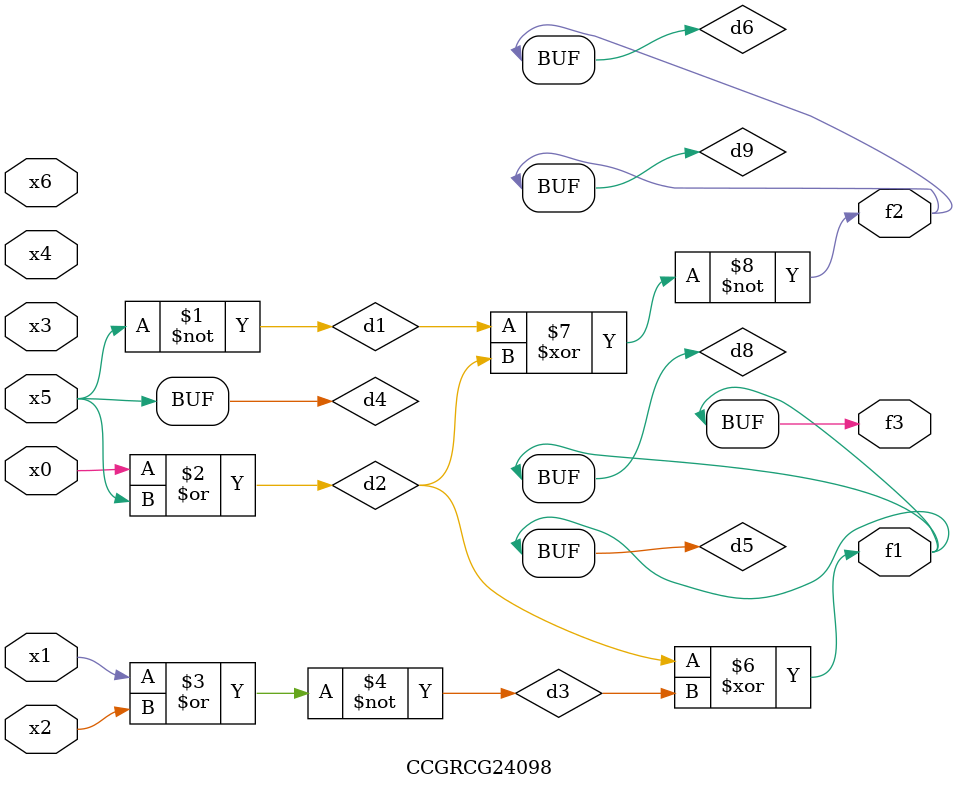
<source format=v>
module CCGRCG24098(
	input x0, x1, x2, x3, x4, x5, x6,
	output f1, f2, f3
);

	wire d1, d2, d3, d4, d5, d6, d7, d8, d9;

	nand (d1, x5);
	or (d2, x0, x5);
	nor (d3, x1, x2);
	xnor (d4, d1);
	xor (d5, d2, d3);
	xnor (d6, d1, d2);
	not (d7, x4);
	buf (d8, d5);
	xor (d9, d6);
	assign f1 = d8;
	assign f2 = d9;
	assign f3 = d8;
endmodule

</source>
